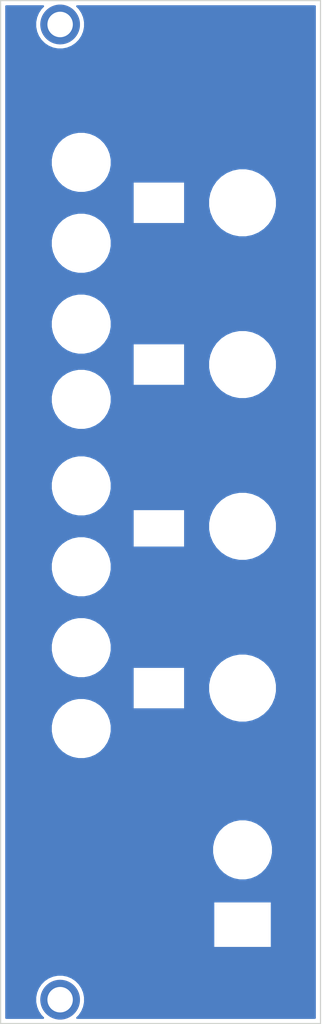
<source format=kicad_pcb>
(kicad_pcb (version 20211014) (generator pcbnew)
  (title_block (title "summe") (date "2021-05-30") (rev "R1") (comment 1 "PCB for panel") (comment 2 "DC coupled mixer") (comment 4 "License CC BY 4.0 - Attribution 4.0 International"))
  (layers (0 "F.Cu" signal) (31 "B.Cu" signal) (34 "B.Paste" user) (35 "F.Paste" user) (36 "B.SilkS" user "B.Silkscreen") (37 "F.SilkS" user "F.Silkscreen") (38 "B.Mask" user) (39 "F.Mask" user) (44 "Edge.Cuts" user))
  (net 0 "")
  (footprint "elektrophon:MountingHole_Panel_3.2mm_M3" (layer "F.Cu") (at 58.3 53.8)
    (fp_text reference "H14" hide)
    (fp_text value "MountingHole" hide)
    (pad "1" connect circle locked (at 0 0) (size 5 5) (layers "F.Cu" "F.Mask"))
    (pad "1" connect circle locked (at 0 0) (size 5 5) (layers "B.Cu" "B.Mask"))
    (pad "1" thru_hole circle locked (at 0 0) (size 3.6 3.6) (drill 3.2) (layers *.Cu *.Mask))
  )
  (footprint "elektrophon:MountingHole_Panel_3.2mm_M3" (layer "F.Cu") (at 58.3 176.3)
    (fp_text reference "H15" hide)
    (fp_text value "MountingHole" hide)
    (pad "1" connect circle locked (at 0 0) (size 5 5) (layers "B.Cu" "B.Mask"))
    (pad "1" connect circle locked (at 0 0) (size 5 5) (layers "F.Cu" "F.Mask"))
    (pad "1" thru_hole circle locked (at 0 0) (size 3.6 3.6) (drill 3.2) (layers *.Cu *.Mask))
  )
  (footprint "elektrophon:panel_jack" (layer "F.Cu") (at 60.96 71.12)
    (fp_text reference "H1" hide)
    (fp_text value "in1" hide)
    (pad "" np_thru_hole circle locked (at 0 0) (size 6.4 6.4) (drill 6.4) (layers *.Cu *.Mask))
  )
  (footprint "elektrophon:panel_jack" (layer "F.Cu") (at 60.96 81.28)
    (fp_text reference "H2" hide)
    (fp_text value "out1" hide)
    (pad "" np_thru_hole circle locked (at 0 0) (size 6.4 6.4) (drill 6.4) (layers *.Cu *.Mask))
  )
  (footprint "elektrophon:panel_jack" (layer "F.Cu") (at 60.96 91.44)
    (fp_text reference "H3" hide)
    (fp_text value "in2" hide)
    (pad "" np_thru_hole circle locked (at 0 0) (size 6.4 6.4) (drill 6.4) (layers *.Cu *.Mask))
  )
  (footprint "elektrophon:panel_jack" (layer "F.Cu") (at 60.96 100.89)
    (fp_text reference "H4" hide)
    (fp_text value "out2" hide)
    (pad "" np_thru_hole circle locked (at 0 0) (size 6.4 6.4) (drill 6.4) (layers *.Cu *.Mask))
  )
  (footprint "elektrophon:panel_jack" (layer "F.Cu") (at 60.96 111.76)
    (fp_text reference "H5" hide)
    (fp_text value "in3" hide)
    (pad "" np_thru_hole circle locked (at 0 0) (size 6.4 6.4) (drill 6.4) (layers *.Cu *.Mask))
  )
  (footprint "elektrophon:panel_jack" (layer "F.Cu") (at 60.96 121.92)
    (fp_text reference "H6" hide)
    (fp_text value "out3" hide)
    (pad "" np_thru_hole circle locked (at 0 0) (size 6.4 6.4) (drill 6.4) (layers *.Cu *.Mask))
  )
  (footprint "elektrophon:panel_jack" (layer "F.Cu") (at 60.96 132.08)
    (fp_text reference "H7" hide)
    (fp_text value "in4" hide)
    (pad "" np_thru_hole circle locked (at 0 0) (size 6.4 6.4) (drill 6.4) (layers *.Cu *.Mask))
  )
  (footprint "elektrophon:panel_jack" (layer "F.Cu") (at 60.96 142.24)
    (fp_text reference "H8" hide)
    (fp_text value "out4" hide)
    (pad "" np_thru_hole circle locked (at 0 0) (size 6.4 6.4) (drill 6.4) (layers *.Cu *.Mask))
  )
  (footprint "elektrophon:panel_potentiometer" (layer "F.Cu") (at 81.28 76.2)
    (fp_text reference "H9" hide)
    (fp_text value "vol1" hide)
    (pad "" np_thru_hole circle locked (at 0 0) (size 7.4 7.4) (drill 7.4) (layers *.Cu *.Mask))
  )
  (footprint "elektrophon:panel_potentiometer" (layer "F.Cu") (at 81.28 96.52)
    (fp_text reference "H10" hide)
    (fp_text value "vol2" hide)
    (pad "" np_thru_hole circle locked (at 0 0) (size 7.4 7.4) (drill 7.4) (layers *.Cu *.Mask))
  )
  (footprint "elektrophon:panel_potentiometer" (layer "F.Cu") (at 81.28 116.84)
    (fp_text reference "H11" hide)
    (fp_text value "vol3" hide)
    (pad "" np_thru_hole circle locked (at 0 0) (size 7.4 7.4) (drill 7.4) (layers *.Cu *.Mask))
  )
  (footprint "elektrophon:panel_potentiometer" (layer "F.Cu") (at 81.28 137.16)
    (fp_text reference "H12" hide)
    (fp_text value "vol4" hide)
    (pad "" np_thru_hole circle locked (at 0 0) (size 7.4 7.4) (drill 7.4) (layers *.Cu *.Mask))
  )
  (footprint "elektrophon:panel_jack" (layer "F.Cu") (at 81.28 157.48)
    (fp_text reference "H13" hide)
    (fp_text value "out" hide)
    (pad "" np_thru_hole circle locked (at 0 0) (size 6.4 6.4) (drill 6.4) (layers *.Cu *.Mask))
  )
  (gr_line (start 50.8 50.8) (end 50.8 179.3) (layer "Edge.Cuts") (width 0.15))
  (gr_line (start 50.8 50.8) (end 91.1 50.8) (layer "Edge.Cuts") (width 0.15))
  (gr_line (start 91.1 50.8) (end 91.1 179.3) (layer "Edge.Cuts") (width 0.15))
  (gr_line (start 91.1 179.3) (end 50.8 179.3) (layer "Edge.Cuts") (width 0.15))
  (gr_text "R01" (at 87.376 177.292) (layer "F.Cu") (effects (font (size 1 1))))
  (zone (net 0) (net_name "") (layers F&B.Cu) (connect_pads (clearance 0)) (min_thickness 0.254)
    (keepout (tracks not_allowed) (vias not_allowed) (pads allowed) (copperpour not_allowed) (footprints allowed))
    (fill (thermal_gap 0.508) (thermal_bridge_width 0.508))
    (polygon (pts (xy 84.836 169.672) (xy 77.724 169.672) (xy 77.724 164.084) (xy 84.836 164.084)))
  )
  (zone (net 0) (net_name "") (layers F&B.Cu) (connect_pads (clearance 0)) (min_thickness 0.254)
    (keepout (tracks not_allowed) (vias not_allowed) (pads allowed) (copperpour not_allowed) (footprints allowed))
    (fill (thermal_gap 0.508) (thermal_bridge_width 0.508))
    (polygon (pts (xy 73.914 99.06) (xy 67.564 99.06) (xy 67.564 93.98) (xy 73.914 93.98)))
  )
  (zone (net 0) (net_name "") (layers F&B.Cu) (connect_pads (clearance 0)) (min_thickness 0.254)
    (keepout (tracks not_allowed) (vias not_allowed) (pads allowed) (copperpour not_allowed) (footprints allowed))
    (fill (thermal_gap 0.508) (thermal_bridge_width 0.508))
    (polygon (pts (xy 73.914 119.38) (xy 67.564 119.38) (xy 67.564 114.808) (xy 73.914 114.808)))
  )
  (zone (net 0) (net_name "") (layers F&B.Cu) (connect_pads (clearance 0)) (min_thickness 0.254)
    (keepout (tracks not_allowed) (vias not_allowed) (pads allowed) (copperpour not_allowed) (footprints allowed))
    (fill (thermal_gap 0.508) (thermal_bridge_width 0.508))
    (polygon (pts (xy 73.914 78.74) (xy 67.564 78.74) (xy 67.564 73.66) (xy 73.914 73.66)))
  )
  (zone (net 0) (net_name "") (layers F&B.Cu) (connect_pads (clearance 0)) (min_thickness 0.254)
    (keepout (tracks not_allowed) (vias not_allowed) (pads allowed) (copperpour not_allowed) (footprints allowed))
    (fill (thermal_gap 0.508) (thermal_bridge_width 0.508))
    (polygon (pts (xy 73.914 139.7) (xy 67.564 139.7) (xy 67.564 134.62) (xy 73.914 134.62)))
  )
  (zone (net 0) (net_name "") (layer "B.Cu") (connect_pads (clearance 0.508)) (min_thickness 0.254) (fill yes (thermal_gap 0.508) (thermal_bridge_width 0.508))
    (polygon (pts (xy 91.44 179.324) (xy 50.8 179.324) (xy 50.8 50.8) (xy 91.44 50.8)))
  )
)
</source>
